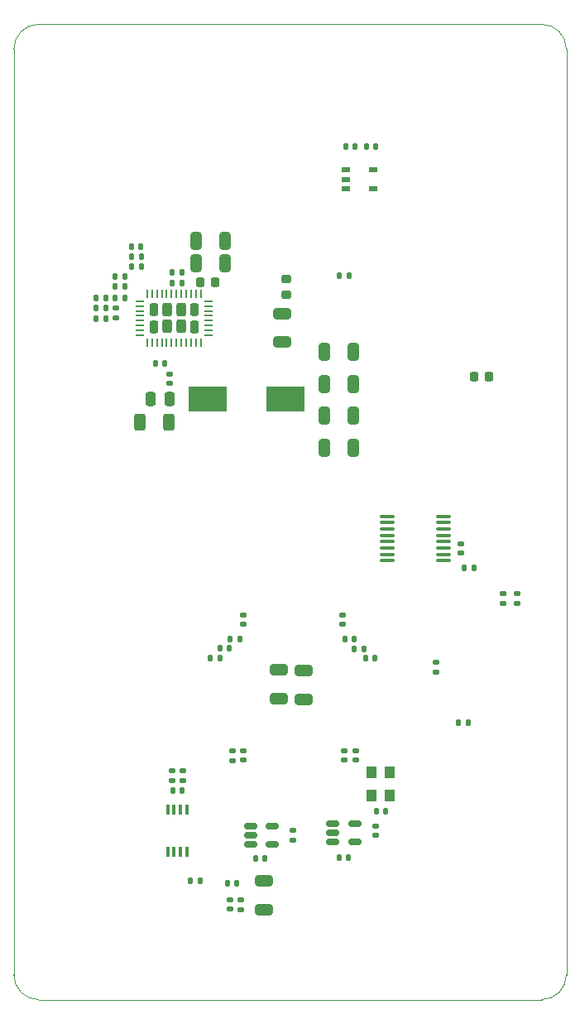
<source format=gbr>
%TF.GenerationSoftware,KiCad,Pcbnew,8.0.7*%
%TF.CreationDate,2025-02-14T10:59:27-05:00*%
%TF.ProjectId,bitaxeGamma,62697461-7865-4476-916d-6d612e6b6963,rev?*%
%TF.SameCoordinates,Original*%
%TF.FileFunction,Paste,Top*%
%TF.FilePolarity,Positive*%
%FSLAX46Y46*%
G04 Gerber Fmt 4.6, Leading zero omitted, Abs format (unit mm)*
G04 Created by KiCad (PCBNEW 8.0.7) date 2025-02-14 10:59:27*
%MOMM*%
%LPD*%
G01*
G04 APERTURE LIST*
G04 Aperture macros list*
%AMRoundRect*
0 Rectangle with rounded corners*
0 $1 Rounding radius*
0 $2 $3 $4 $5 $6 $7 $8 $9 X,Y pos of 4 corners*
0 Add a 4 corners polygon primitive as box body*
4,1,4,$2,$3,$4,$5,$6,$7,$8,$9,$2,$3,0*
0 Add four circle primitives for the rounded corners*
1,1,$1+$1,$2,$3*
1,1,$1+$1,$4,$5*
1,1,$1+$1,$6,$7*
1,1,$1+$1,$8,$9*
0 Add four rect primitives between the rounded corners*
20,1,$1+$1,$2,$3,$4,$5,0*
20,1,$1+$1,$4,$5,$6,$7,0*
20,1,$1+$1,$6,$7,$8,$9,0*
20,1,$1+$1,$8,$9,$2,$3,0*%
G04 Aperture macros list end*
%ADD10RoundRect,0.250000X-0.325000X-0.650000X0.325000X-0.650000X0.325000X0.650000X-0.325000X0.650000X0*%
%ADD11RoundRect,0.250000X-0.650000X0.325000X-0.650000X-0.325000X0.650000X-0.325000X0.650000X0.325000X0*%
%ADD12RoundRect,0.140000X-0.170000X0.140000X-0.170000X-0.140000X0.170000X-0.140000X0.170000X0.140000X0*%
%ADD13RoundRect,0.140000X0.170000X-0.140000X0.170000X0.140000X-0.170000X0.140000X-0.170000X-0.140000X0*%
%ADD14RoundRect,0.135000X-0.185000X0.135000X-0.185000X-0.135000X0.185000X-0.135000X0.185000X0.135000X0*%
%ADD15RoundRect,0.140000X0.140000X0.170000X-0.140000X0.170000X-0.140000X-0.170000X0.140000X-0.170000X0*%
%ADD16RoundRect,0.250000X0.312500X0.625000X-0.312500X0.625000X-0.312500X-0.625000X0.312500X-0.625000X0*%
%ADD17RoundRect,0.150000X-0.512500X-0.150000X0.512500X-0.150000X0.512500X0.150000X-0.512500X0.150000X0*%
%ADD18RoundRect,0.135000X-0.135000X-0.185000X0.135000X-0.185000X0.135000X0.185000X-0.135000X0.185000X0*%
%ADD19RoundRect,0.135000X0.135000X0.185000X-0.135000X0.185000X-0.135000X-0.185000X0.135000X-0.185000X0*%
%ADD20R,1.100000X1.300000*%
%ADD21RoundRect,0.140000X-0.140000X-0.170000X0.140000X-0.170000X0.140000X0.170000X-0.140000X0.170000X0*%
%ADD22RoundRect,0.250000X0.650000X-0.325000X0.650000X0.325000X-0.650000X0.325000X-0.650000X-0.325000X0*%
%ADD23RoundRect,0.135000X0.185000X-0.135000X0.185000X0.135000X-0.185000X0.135000X-0.185000X-0.135000X0*%
%ADD24R,0.400000X1.100000*%
%ADD25RoundRect,0.100000X-0.637500X-0.100000X0.637500X-0.100000X0.637500X0.100000X-0.637500X0.100000X0*%
%ADD26R,4.000000X2.600000*%
%ADD27RoundRect,0.225000X-0.225000X-0.250000X0.225000X-0.250000X0.225000X0.250000X-0.225000X0.250000X0*%
%ADD28RoundRect,0.225000X-0.250000X0.225000X-0.250000X-0.225000X0.250000X-0.225000X0.250000X0.225000X0*%
%ADD29RoundRect,0.220588X0.229412X-0.429412X0.229412X0.429412X-0.229412X0.429412X-0.229412X-0.429412X0*%
%ADD30RoundRect,0.232843X0.242157X-0.467157X0.242157X0.467157X-0.242157X0.467157X-0.242157X-0.467157X0*%
%ADD31RoundRect,0.062500X0.062500X-0.337500X0.062500X0.337500X-0.062500X0.337500X-0.062500X-0.337500X0*%
%ADD32RoundRect,0.062500X0.337500X-0.062500X0.337500X0.062500X-0.337500X0.062500X-0.337500X-0.062500X0*%
%ADD33RoundRect,0.250000X-0.250000X-0.475000X0.250000X-0.475000X0.250000X0.475000X-0.250000X0.475000X0*%
%ADD34R,0.952500X0.558800*%
%TA.AperFunction,Profile*%
%ADD35C,0.001000*%
%TD*%
G04 APERTURE END LIST*
D10*
%TO.C,C20*%
X108975000Y-81050000D03*
X111925000Y-81050000D03*
%TD*%
D11*
%TO.C,C51*%
X102800000Y-135125000D03*
X102800000Y-138075000D03*
%TD*%
D12*
%TO.C,C41*%
X100625000Y-107920000D03*
X100625000Y-108880000D03*
%TD*%
D13*
%TO.C,C42*%
X100655438Y-122810000D03*
X100655438Y-121850000D03*
%TD*%
D14*
%TO.C,R23*%
X94520000Y-123850000D03*
X94520000Y-124870000D03*
%TD*%
D15*
%TO.C,C46*%
X99230000Y-111350000D03*
X98270000Y-111350000D03*
%TD*%
D16*
%TO.C,R12*%
X93012500Y-88210000D03*
X90087500Y-88210000D03*
%TD*%
D12*
%TO.C,C13*%
X87650000Y-76570000D03*
X87650000Y-77530000D03*
%TD*%
D17*
%TO.C,U6*%
X101392500Y-129520000D03*
X101392500Y-130470000D03*
X101392500Y-131420000D03*
X103667500Y-131420000D03*
X103667500Y-129520000D03*
%TD*%
D18*
%TO.C,R1*%
X85590000Y-75500000D03*
X86610000Y-75500000D03*
%TD*%
D19*
%TO.C,R8*%
X90260000Y-71300000D03*
X89240000Y-71300000D03*
%TD*%
%TO.C,R11*%
X94390000Y-72930000D03*
X93370000Y-72930000D03*
%TD*%
D10*
%TO.C,C18*%
X108975000Y-87590000D03*
X111925000Y-87590000D03*
%TD*%
D13*
%TO.C,C45*%
X99525438Y-122820000D03*
X99525438Y-121860000D03*
%TD*%
%TO.C,C35*%
X112140000Y-122790000D03*
X112140000Y-121830000D03*
%TD*%
D10*
%TO.C,C4*%
X95825000Y-69650000D03*
X98775000Y-69650000D03*
%TD*%
D20*
%TO.C,U7*%
X115680000Y-126370000D03*
X115680000Y-124070000D03*
X113780000Y-124070000D03*
X113780000Y-126370000D03*
%TD*%
D21*
%TO.C,C27*%
X101940000Y-132840000D03*
X102900000Y-132840000D03*
%TD*%
D15*
%TO.C,C29*%
X115270000Y-128010000D03*
X114310000Y-128010000D03*
%TD*%
D12*
%TO.C,C12*%
X93100000Y-83280000D03*
X93100000Y-84240000D03*
%TD*%
D19*
%TO.C,R19*%
X123720000Y-118980000D03*
X122700000Y-118980000D03*
%TD*%
D11*
%TO.C,C43*%
X104300000Y-113575000D03*
X104300000Y-116525000D03*
%TD*%
D22*
%TO.C,C2*%
X104650000Y-80050000D03*
X104650000Y-77100000D03*
%TD*%
D23*
%TO.C,R25*%
X100400000Y-138060000D03*
X100400000Y-137040000D03*
%TD*%
D12*
%TO.C,C22*%
X128670000Y-105770000D03*
X128670000Y-106730000D03*
%TD*%
D24*
%TO.C,U10*%
X94870000Y-127840000D03*
X94220000Y-127840000D03*
X93570000Y-127840000D03*
X92920000Y-127840000D03*
X92920000Y-132140000D03*
X93570000Y-132140000D03*
X94220000Y-132140000D03*
X94870000Y-132140000D03*
%TD*%
D15*
%TO.C,C8*%
X90230000Y-72350000D03*
X89270000Y-72350000D03*
%TD*%
D18*
%TO.C,R5*%
X87540000Y-75500000D03*
X88560000Y-75500000D03*
%TD*%
D19*
%TO.C,R6*%
X88560000Y-73300000D03*
X87540000Y-73300000D03*
%TD*%
D17*
%TO.C,U5*%
X109843500Y-129279000D03*
X109843500Y-130229000D03*
X109843500Y-131179000D03*
X112118500Y-131179000D03*
X112118500Y-129279000D03*
%TD*%
D12*
%TO.C,C49*%
X122930000Y-100640000D03*
X122930000Y-101600000D03*
%TD*%
D19*
%TO.C,R9*%
X94400000Y-73990000D03*
X93380000Y-73990000D03*
%TD*%
D15*
%TO.C,C23*%
X114200000Y-60030000D03*
X113240000Y-60030000D03*
%TD*%
D10*
%TO.C,C19*%
X108975000Y-84330000D03*
X111925000Y-84330000D03*
%TD*%
D14*
%TO.C,R17*%
X120380000Y-112750000D03*
X120380000Y-113770000D03*
%TD*%
D19*
%TO.C,R13*%
X86600000Y-77640000D03*
X85580000Y-77640000D03*
%TD*%
D12*
%TO.C,C53*%
X99300000Y-137070000D03*
X99300000Y-138030000D03*
%TD*%
D15*
%TO.C,C48*%
X98255000Y-112350000D03*
X97295000Y-112350000D03*
%TD*%
%TO.C,C28*%
X114155000Y-112350000D03*
X113195000Y-112350000D03*
%TD*%
D25*
%TO.C,U9*%
X115427500Y-97855000D03*
X115427500Y-98505000D03*
X115427500Y-99155000D03*
X115427500Y-99805000D03*
X115427500Y-100455000D03*
X115427500Y-101105000D03*
X115427500Y-101755000D03*
X115427500Y-102405000D03*
X121152500Y-102405000D03*
X121152500Y-101755000D03*
X121152500Y-101105000D03*
X121152500Y-100455000D03*
X121152500Y-99805000D03*
X121152500Y-99155000D03*
X121152500Y-98505000D03*
X121152500Y-97855000D03*
%TD*%
D26*
%TO.C,L1*%
X97050000Y-85875000D03*
X105000000Y-85875000D03*
%TD*%
D18*
%TO.C,R24*%
X95210000Y-135170000D03*
X96230000Y-135170000D03*
%TD*%
D27*
%TO.C,C6*%
X124250000Y-83600000D03*
X125800000Y-83600000D03*
%TD*%
D21*
%TO.C,C5*%
X89220000Y-70300000D03*
X90180000Y-70300000D03*
%TD*%
D15*
%TO.C,C34*%
X112030000Y-110375000D03*
X111070000Y-110375000D03*
%TD*%
D23*
%TO.C,R22*%
X93380000Y-124870000D03*
X93380000Y-123850000D03*
%TD*%
D10*
%TO.C,C17*%
X108955000Y-90840000D03*
X111905000Y-90840000D03*
%TD*%
D21*
%TO.C,C26*%
X110481000Y-132739000D03*
X111441000Y-132739000D03*
%TD*%
D28*
%TO.C,C9*%
X105100000Y-73600000D03*
X105100000Y-75150000D03*
%TD*%
D15*
%TO.C,C47*%
X124270000Y-103110000D03*
X123310000Y-103110000D03*
%TD*%
D13*
%TO.C,C33*%
X111000000Y-122790000D03*
X111000000Y-121830000D03*
%TD*%
D15*
%TO.C,C1*%
X92650000Y-82220000D03*
X91690000Y-82220000D03*
%TD*%
D13*
%TO.C,C36*%
X110825000Y-108880000D03*
X110825000Y-107920000D03*
%TD*%
D18*
%TO.C,R15*%
X110480000Y-73250000D03*
X111500000Y-73250000D03*
%TD*%
D29*
%TO.C,U2*%
X91480000Y-78490000D03*
X95680000Y-78490000D03*
D30*
X92880000Y-78440000D03*
X94280000Y-78440000D03*
X92880000Y-76740000D03*
X94280000Y-76740000D03*
D29*
X91480000Y-76690000D03*
X95680000Y-76690000D03*
D31*
X90830000Y-80090000D03*
X91330000Y-80090000D03*
X91830000Y-80090000D03*
X92330000Y-80090000D03*
X92830000Y-80090000D03*
X93330000Y-80090000D03*
X93830000Y-80090000D03*
X94330000Y-80090000D03*
X94830000Y-80090000D03*
X95330000Y-80090000D03*
X95830000Y-80090000D03*
X96330000Y-80090000D03*
D32*
X97080000Y-79340000D03*
X97080000Y-78840000D03*
X97080000Y-78340000D03*
X97080000Y-77840000D03*
X97080000Y-77340000D03*
X97080000Y-76840000D03*
X97080000Y-76340000D03*
X97080000Y-75840000D03*
D31*
X96330000Y-75090000D03*
X95830000Y-75090000D03*
X95330000Y-75090000D03*
X94830000Y-75090000D03*
X94330000Y-75090000D03*
X93830000Y-75090000D03*
X93330000Y-75090000D03*
X92830000Y-75090000D03*
X92330000Y-75090000D03*
X91830000Y-75090000D03*
X91330000Y-75090000D03*
X90830000Y-75090000D03*
D32*
X90080000Y-75840000D03*
X90080000Y-76340000D03*
X90080000Y-76840000D03*
X90080000Y-77340000D03*
X90080000Y-77840000D03*
X90080000Y-78340000D03*
X90080000Y-78840000D03*
X90080000Y-79340000D03*
%TD*%
D10*
%TO.C,C3*%
X95825000Y-72000000D03*
X98775000Y-72000000D03*
%TD*%
D15*
%TO.C,C50*%
X94440000Y-125940000D03*
X93480000Y-125940000D03*
%TD*%
D19*
%TO.C,R10*%
X88560000Y-74300000D03*
X87540000Y-74300000D03*
%TD*%
D15*
%TO.C,C32*%
X113005000Y-111425000D03*
X112045000Y-111425000D03*
%TD*%
D23*
%TO.C,R16*%
X127240000Y-106770000D03*
X127240000Y-105750000D03*
%TD*%
D15*
%TO.C,C52*%
X100030000Y-135350000D03*
X99070000Y-135350000D03*
%TD*%
D33*
%TO.C,C11*%
X91190000Y-85860000D03*
X93090000Y-85860000D03*
%TD*%
D21*
%TO.C,C21*%
X111140000Y-60030000D03*
X112100000Y-60030000D03*
%TD*%
D18*
%TO.C,R14*%
X85580000Y-76570000D03*
X86600000Y-76570000D03*
%TD*%
D12*
%TO.C,C30*%
X114240000Y-129540000D03*
X114240000Y-130500000D03*
%TD*%
D11*
%TO.C,C54*%
X106850000Y-113600000D03*
X106850000Y-116550000D03*
%TD*%
D27*
%TO.C,C7*%
X96225000Y-73900000D03*
X97775000Y-73900000D03*
%TD*%
D15*
%TO.C,C44*%
X100305000Y-110375000D03*
X99345000Y-110375000D03*
%TD*%
D34*
%TO.C,U3*%
X111185050Y-62440200D03*
X111185050Y-63380000D03*
X111185050Y-64319800D03*
X113940950Y-64319800D03*
X113940950Y-62440200D03*
%TD*%
D12*
%TO.C,C31*%
X105750000Y-129990000D03*
X105750000Y-130950000D03*
%TD*%
D35*
X79729000Y-47522000D02*
X131192000Y-47522000D01*
X133732000Y-144744000D02*
G75*
G02*
X131192000Y-147284000I-2540000J0D01*
G01*
X131192000Y-47522000D02*
G75*
G02*
X133732000Y-50062000I0J-2540000D01*
G01*
X77189000Y-50062000D02*
G75*
G02*
X79729000Y-47522000I2540000J0D01*
G01*
X131192000Y-147284000D02*
X79729000Y-147284000D01*
X133732000Y-50062000D02*
X133732000Y-144744000D01*
X79729000Y-147284000D02*
G75*
G02*
X77189000Y-144744000I0J2540000D01*
G01*
X77189000Y-144744000D02*
X77189000Y-50062000D01*
M02*

</source>
